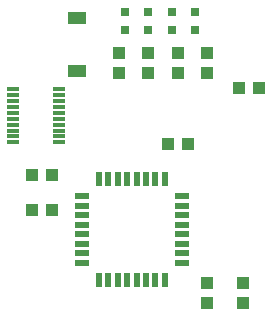
<source format=gbr>
G04 EAGLE Gerber RS-274X export*
G75*
%MOMM*%
%FSLAX34Y34*%
%LPD*%
%INSolderpaste Top*%
%IPPOS*%
%AMOC8*
5,1,8,0,0,1.08239X$1,22.5*%
G01*
%ADD10R,1.100000X1.000000*%
%ADD11R,1.000000X1.100000*%
%ADD12R,0.800000X0.800000*%
%ADD13R,1.600000X1.050000*%
%ADD14R,0.500000X1.200000*%
%ADD15R,1.200000X0.500000*%
%ADD16R,1.100000X0.300000*%


D10*
X78500Y200000D03*
X61500Y200000D03*
D11*
X210000Y138500D03*
X210000Y121500D03*
X240000Y138500D03*
X240000Y121500D03*
D10*
X78500Y230000D03*
X61500Y230000D03*
D12*
X140000Y352500D03*
X140000Y367500D03*
X160000Y352500D03*
X160000Y367500D03*
X180000Y352500D03*
X180000Y367500D03*
D11*
X177060Y256250D03*
X194060Y256250D03*
X237170Y303560D03*
X254170Y303560D03*
D10*
X185000Y316500D03*
X185000Y333500D03*
X135000Y316500D03*
X135000Y333500D03*
X160000Y316500D03*
X160000Y333500D03*
D13*
X99820Y362580D03*
X99820Y318080D03*
D14*
X118160Y141180D03*
X126160Y141180D03*
X134160Y141180D03*
X142160Y141180D03*
X150160Y141180D03*
X158160Y141180D03*
X166160Y141180D03*
X174160Y141180D03*
D15*
X103660Y155680D03*
X103660Y163680D03*
X103660Y171680D03*
X103660Y179680D03*
X103660Y187680D03*
X103660Y195680D03*
X103660Y203680D03*
X103660Y211680D03*
X188660Y155680D03*
X188660Y163680D03*
X188660Y171680D03*
X188660Y179680D03*
X188660Y187680D03*
X188660Y195680D03*
X188660Y203680D03*
X188660Y211680D03*
D14*
X118160Y226180D03*
X126160Y226180D03*
X134160Y226180D03*
X142160Y226180D03*
X150160Y226180D03*
X158160Y226180D03*
X166160Y226180D03*
X174160Y226180D03*
D16*
X45500Y302500D03*
X45500Y297500D03*
X45500Y292500D03*
X45500Y287500D03*
X45500Y282500D03*
X45500Y277500D03*
X45500Y272500D03*
X45500Y267500D03*
X45500Y262500D03*
X45500Y257500D03*
X84500Y257500D03*
X84500Y262500D03*
X84500Y267500D03*
X84500Y272500D03*
X84500Y277500D03*
X84500Y282500D03*
X84500Y287500D03*
X84500Y292500D03*
X84500Y297500D03*
X84500Y302500D03*
D12*
X200000Y352500D03*
X200000Y367500D03*
D10*
X210000Y316500D03*
X210000Y333500D03*
M02*

</source>
